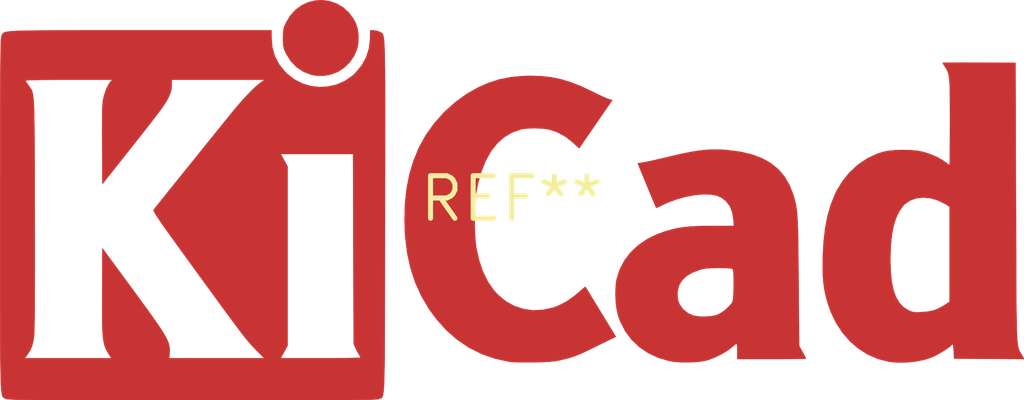
<source format=kicad_pcb>
(kicad_pcb (version 20240108) (generator pcbnew)
  (layers (0 "F.Cu" signal) (31 "B.Cu" signal) (34 "B.Paste" user) (35 "F.Paste" user) (36 "B.SilkS" user "B.Silkscreen") (37 "F.SilkS" user "F.Silkscreen") (38 "B.Mask" user) (39 "F.Mask" user) (44 "Edge.Cuts" user))
  (net 0 "")
  (footprint "KiCad-Logo_12mm_Copper" (layer "F.Cu") (at 0 0)
    (property "Reference" "REF**")
    (property "Value" "KiCad-Logo_12mm_Copper")
    (fp_poly (pts (xy -5.422844 -5.895156) (xy -5.217742 -5.824043) (xy -5.026785 -5.712111) (xy -4.856243 -5.559375) (xy -4.712387 -5.365849) (xy -4.647768 -5.243871) (xy -4.591842 -5.073257) (xy -4.564735 -4.876289) (xy -4.567738 -4.673795) (xy -4.601067 -4.490301) (xy -4.692162 -4.266076) (xy -4.824258 -4.071578) (xy -4.990642 -3.910633) (xy -5.184598 -3.787067) (xy -5.399414 -3.704708) (xy -5.628375 -3.667383) (xy -5.864767 -3.678918) (xy -5.981291 -3.70357) (xy -6.208385 -3.791909) (xy -6.410081 -3.92671) (xy -6.581515 -4.103817) (xy -6.71782 -4.319073) (xy -6.729352 -4.342581) (xy -6.769217 -4.430795) (xy -6.794249 -4.50509) (xy -6.807839 -4.583465) (xy -6.813382 -4.68392) (xy -6.814302 -4.793226) (xy -6.81278 -4.924552) (xy -6.805914 -5.019491) (xy -6.79025 -5.096247) (xy -6.762333 -5.173026) (xy -6.727873 -5.248777) (xy -6.599338 -5.46381) (xy -6.441052 -5.63792) (xy -6.259287 -5.771124) (xy -6.060313 -5.863434) (xy -5.8504 -5.914866) (xy -5.635821 -5.925435) (xy -5.422844 -5.895156)) (layer "F.Cu") (stroke (width 0.01)) (fill solid))
    (fp_poly (pts (xy 0.875193 -3.659223) (xy 1.169706 -3.626981) (xy 1.455039 -3.569271) (xy 1.7428 -3.483083) (xy 2.044596 -3.365407) (xy 2.372034 -3.213233) (xy 2.431001 -3.183757) (xy 2.566324 -3.11709) (xy 2.693951 -3.057061) (xy 2.801287 -3.009401) (xy 2.875736 -2.979845) (xy 2.887173 -2.976124) (xy 2.996774 -2.943286) (xy 2.506155 -2.229547) (xy 2.386206 -2.055105) (xy 2.276539 -1.89573) (xy 2.180883 -1.756832) (xy 2.102969 -1.643822) (xy 2.046525 -1.56211) (xy 2.015281 -1.517109) (xy 2.010205 -1.509982) (xy 1.989588 -1.524883) (xy 1.938839 -1.56968) (xy 1.867034 -1.636235) (xy 1.827406 -1.673853) (xy 1.602882 -1.852432) (xy 1.350726 -1.988132) (xy 1.13344 -2.062463) (xy 1.003007 -2.085807) (xy 0.839693 -2.100033) (xy 0.662707 -2.104876) (xy 0.491256 -2.100074) (xy 0.344548 -2.085362) (xy 0.286007 -2.074095) (xy 0.022147 -1.983315) (xy -0.215622 -1.844704) (xy -0.427124 -1.658515) (xy -0.612184 -1.425001) (xy -0.770625 -1.144416) (xy -0.902271 -0.817013) (xy -1.006946 -0.443045) (xy -1.069155 -0.122903) (xy -1.085386 0.018426) (xy -1.096444 0.201004) (xy -1.102437 0.411709) (xy -1.103473 0.637422) (xy -1.099657 0.865022) (xy -1.091097 1.081389) (xy -1.077899 1.273402) (xy -1.06017 1.427943) (xy -1.056333 1.451786) (xy -0.971749 1.83586) (xy -0.856505 2.175783) (xy -0.709897 2.473078) (xy -0.531226 2.729268) (xy -0.4044 2.867775) (xy -0.176475 3.055828) (xy 0.073488 3.19522) (xy 0.34127 3.285195) (xy 0.622656 3.324994) (xy 0.913429 3.313857) (xy 1.209373 3.251026) (xy 1.38434 3.189547) (xy 1.626466 3.066436) (xy 1.87602 2.889837) (xy 2.015809 2.770412) (xy 2.094301 2.701291) (xy 2.15597 2.650579) (xy 2.191072 2.626144) (xy 2.19543 2.625398) (xy 2.211097 2.650367) (xy 2.251692 2.716348) (xy 2.313757 2.817685) (xy 2.393833 2.948721) (xy 2.488462 3.1038) (xy 2.594186 3.277265) (xy 2.653033 3.373896) (xy 3.102526 4.112201) (xy 2.541317 4.389549) (xy 2.338404 4.489172) (xy 2.174027 4.567729) (xy 2.038139 4.629122) (xy 1.920691 4.677253) (xy 1.811636 4.716023) (xy 1.700926 4.749333) (xy 1.578513 4.781086) (xy 1.461182 4.808969) (xy 1.356895 4.830546) (xy 1.247832 4.846851) (xy 1.123073 4.858791) (xy 0.971703 4.86727) (xy 0.782801 4.873192) (xy 0.655483 4.875749) (xy 0.473823 4.877494) (xy 0.299633 4.876614) (xy 0.144443 4.87336) (xy 0.019777 4.867984) (xy -0.062834 4.860735) (xy -0.06773 4.860012) (xy -0.496709 4.767205) (xy -0.899551 4.626449) (xy -1.276112 4.437839) (xy -1.626252 4.201466) (xy -1.949828 3.917424) (xy -2.2467 3.585805) (xy -2.461701 3.291075) (xy -2.690589 2.905298) (xy -2.875611 2.497895) (xy -3.017662 2.0656) (xy -3.117636 1.605146) (xy -3.176428 1.113267) (xy -3.194951 0.613799) (xy -3.179717 0.130634) (xy -3.131844 -0.315158) (xy -3.049811 -0.731095) (xy -2.932097 -1.124696) (xy -2.777181 -1.503482) (xy -2.758683 -1.542725) (xy -2.554894 -1.90956) (xy -2.304598 -2.25864) (xy -2.014885 -2.58274) (xy -1.692846 -2.874634) (xy -1.345574 -3.127096) (xy -1.021987 -3.312286) (xy -0.695096 -3.45733) (xy -0.367511 -3.562397) (xy -0.026552 -3.630347) (xy 0.340465 -3.66404) (xy 0.559892 -3.669008) (xy 0.875193 -3.659223)) (layer "F.Cu") (stroke (width 0.01)) (fill solid))
    (fp_poly (pts (xy 13.610967 -4.064382) (xy 13.843254 -4.063429) (xy 13.922204 -4.062948) (xy 15.007849 -4.055807) (xy 15.021505 0.109247) (xy 15.023308 0.674041) (xy 15.024908 1.186864) (xy 15.026406 1.650371) (xy 15.027906 2.067214) (xy 15.029509 2.440045) (xy 15.03132 2.771519) (xy 15.03344 3.064286) (xy 15.035972 3.321002) (xy 15.03902 3.544318) (xy 15.042685 3.736887) (xy 15.047071 3.901363) (xy 15.05228 4.040398) (xy 15.058416 4.156644) (xy 15.06558 4.252756) (xy 15.073875 4.331386) (xy 15.083405 4.395187) (xy 15.094272 4.446811) (xy 15.106579 4.488912) (xy 15.120428 4.524143) (xy 15.135923 4.555156) (xy 15.153165 4.584604) (xy 15.172258 4.615141) (xy 15.193305 4.649418) (xy 15.197619 4.65672) (xy 15.269996 4.780221) (xy 14.223976 4.773068) (xy 13.177956 4.765914) (xy 13.164301 4.536142) (xy 13.156865 4.425873) (xy 13.149117 4.362122) (xy 13.138603 4.336827) (xy 13.122872 4.341922) (xy 13.109677 4.356498) (xy 13.052197 4.409591) (xy 12.958513 4.477837) (xy 12.841825 4.55308) (xy 12.715331 4.627167) (xy 12.592231 4.691943) (xy 12.497713 4.734561) (xy 12.276274 4.804595) (xy 12.022207 4.854204) (xy 11.754266 4.881494) (xy 11.491211 4.884569) (xy 11.251795 4.861532) (xy 11.247853 4.860873) (xy 10.920253 4.778669) (xy 10.613587 4.6477) (xy 10.330814 4.47078) (xy 10.074892 4.250726) (xy 9.848778 3.990351) (xy 9.65543 3.692472) (xy 9.497806 3.359904) (xy 9.411984 3.113548) (xy 9.355389 2.907445) (xy 9.313418 2.707867) (xy 9.284789 2.50269) (xy 9.268218 2.279791) (xy 9.262423 2.027045) (xy 9.264989 1.820662) (xy 11.280325 1.820662) (xy 11.289862 2.166732) (xy 11.319946 2.464467) (xy 11.371503 2.71651) (xy 11.445458 2.925502) (xy 11.542738 3.094086) (xy 11.664266 3.224906) (xy 11.804546 3.317385) (xy 11.87754 3.351909) (xy 11.940847 3.372607) (xy 12.011427 3.382077) (xy 12.106242 3.382915) (xy 12.208387 3.379228) (xy 12.409261 3.36151) (xy 12.568134 3.326813) (xy 12.618064 3.309433) (xy 12.732075 3.258102) (xy 12.852323 3.193643) (xy 12.904838 3.161376) (xy 13.041397 3.071805) (xy 13.041397 0.232706) (xy 12.891182 0.142665) (xy 12.681692 0.040923) (xy 12.467658 -0.019249) (xy 12.256909 -0.038204) (xy 12.057273 -0.016299) (xy 11.876577 0.046113) (xy 11.722649 0.148676) (xy 11.672981 0.197906) (xy 11.553262 0.359211) (xy 11.456364 0.554471) (xy 11.381477 0.787031) (xy 11.327793 1.060239) (xy 11.2945 1.377441) (xy 11.280789 1.741984) (xy 11.280325 1.820662) (xy 9.264989 1.820662) (xy 9.266058 1.734756) (xy 9.289082 1.285158) (xy 9.335378 0.879628) (xy 9.406164 0.512257) (xy 9.502661 0.177137) (xy 9.626087 -0.131637) (xy 9.670131 -0.223178) (xy 9.84754 -0.521704) (xy 10.06193 -0.786993) (xy 10.308259 -1.014763) (xy 10.581487 -1.200732) (xy 10.876574 -1.340618) (xy 11.053459 -1.398322) (xy 11.227178 -1.432578) (xy 11.436205 -1.452959) (xy 11.663014 -1.459475) (xy 11.890084 -1.452134) (xy 12.099892 -1.430945) (xy 12.268352 -1.397705) (xy 12.468857 -1.332518) (xy 12.663195 -1.248693) (xy 12.833224 -1.15472) (xy 12.923721 -1.090942) (xy 12.986144 -1.043516) (xy 13.029853 -1.014639) (xy 13.039796 -1.010538) (xy 13.042879 -1.036959) (xy 13.045753 -1.112661) (xy 13.048355 -1.232302) (xy 13.050621 -1.390538) (xy 13.052488 -1.582027) (xy 13.053891 -1.801426) (xy 13.054767 -2.043393) (xy 13.055053 -2.289853) (xy 13.054894 -2.605524) (xy 13.054108 -2.871663) (xy 13.052238 -3.093359) (xy 13.048825 -3.275704) (xy 13.043409 -3.423788) (xy 13.035531 -3.542701) (xy 13.024733 -3.637535) (xy 13.010555 -3.71338) (xy 12.992539 -3.775326) (xy 12.970225 -3.828464) (xy 12.943154 -3.877885) (xy 12.910867 -3.928679) (xy 12.906713 -3.934969) (xy 12.865071 -4.000755) (xy 12.839929 -4.045992) (xy 12.836559 -4.055534) (xy 12.862903 -4.058545) (xy 12.938069 -4.060994) (xy 13.056257 -4.062842) (xy 13.211669 -4.064049) (xy 13.398506 -4.064576) (xy 13.610967 -4.064382)) (layer "F.Cu") (stroke (width 0.01)) (fill solid))
    (fp_poly (pts (xy 6.300951 -1.463632) (xy 6.436272 -1.453389) (xy 6.823442 -1.401878) (xy 7.166321 -1.319717) (xy 7.46658 -1.205778) (xy 7.725888 -1.058928) (xy 7.945916 -0.878038) (xy 8.128334 -0.661978) (xy 8.274811 -0.409616) (xy 8.381771 -0.136559) (xy 8.408921 -0.049459) (xy 8.432564 0.032107) (xy 8.452977 0.112529) (xy 8.470439 0.196199) (xy 8.48523 0.287508) (xy 8.497627 0.390847) (xy 8.507911 0.510609) (xy 8.516358 0.651183) (xy 8.523248 0.816962) (xy 8.528861 1.012336) (xy 8.533473 1.241698) (xy 8.537365 1.509437) (xy 8.540815 1.819947) (xy 8.544102 2.177618) (xy 8.546451 2.458064) (xy 8.562258 4.383548) (xy 8.664677 4.568843) (xy 8.713175 4.658111) (xy 8.749266 4.727448) (xy 8.766483 4.764354) (xy 8.767096 4.766854) (xy 8.74078 4.769715) (xy 8.665811 4.772351) (xy 8.548161 4.774689) (xy 8.3938 4.776653) (xy 8.2087 4.77817) (xy 7.998832 4.779165) (xy 7.770167 4.779565) (xy 7.742903 4.77957) (xy 6.718709 4.77957) (xy 6.718709 4.547419) (xy 6.716963 4.442507) (xy 6.712302 4.362271) (xy 6.705596 4.319251) (xy 6.702632 4.315269) (xy 6.675523 4.33195) (xy 6.619731 4.375731) (xy 6.547215 4.437216) (xy 6.545589 4.438638) (xy 6.413257 4.53716) (xy 6.246133 4.636089) (xy 6.0631 4.725706) (xy 5.883043 4.796293) (xy 5.803763 4.820414) (xy 5.645991 4.851051) (xy 5.452397 4.870602) (xy 5.240704 4.878787) (xy 5.028632 4.875327) (xy 4.833904 4.859945) (xy 4.697634 4.837811) (xy 4.363454 4.739676) (xy 4.062603 4.599819) (xy 3.797039 4.419974) (xy 3.568721 4.201876) (xy 3.379606 3.947261) (xy 3.231653 3.657864) (xy 3.167825 3.482258) (xy 3.127823 3.311576) (xy 3.101313 3.106678) (xy 3.089047 2.886464) (xy 3.08945 2.85442) (xy 4.936612 2.85442) (xy 4.95193 3.018053) (xy 5.002935 3.154042) (xy 5.097204 3.280208) (xy 5.133411 3.317203) (xy 5.26212 3.417221) (xy 5.410885 3.481294) (xy 5.589113 3.512309) (xy 5.776798 3.514593) (xy 5.954814 3.499514) (xy 6.091112 3.470021) (xy 6.150306 3.447869) (xy 6.256995 3.387496) (xy 6.370037 3.302589) (xy 6.473175 3.207295) (xy 6.550151 3.11576) (xy 6.570591 3.082181) (xy 6.586481 3.035157) (xy 6.597778 2.960333) (xy 6.605009 2.85056) (xy 6.6087 2.698692) (xy 6.609462 2.554155) (xy 6.608946 2.385644) (xy 6.60686 2.263799) (xy 6.602402 2.180666) (xy 6.594765 2.128292) (xy 6.583146 2.098726) (xy 6.56674 2.084013) (xy 6.561666 2.08167) (xy 6.51757 2.074453) (xy 6.4306 2.06855) (xy 6.3125 2.064493) (xy 6.175014 2.062815) (xy 6.145161 2.062813) (xy 5.961386 2.065746) (xy 5.819407 2.074469) (xy 5.706591 2.090177) (xy 5.613402 2.113118) (xy 5.382246 2.200535) (xy 5.200973 2.30801) (xy 5.068014 2.437262) (xy 4.981801 2.59001) (xy 4.940762 2.767972) (xy 4.936612 2.85442) (xy 3.08945 2.85442) (xy 3.091776 2.669834) (xy 3.110252 2.475689) (xy 3.124664 2.397252) (xy 3.21669 2.106017) (xy 3.356623 1.838054) (xy 3.541823 1.595932) (xy 3.769648 1.382221) (xy 4.037457 1.199492) (xy 4.342607 1.050314) (xy 4.602043 0.959727) (xy 4.775434 0.912136) (xy 4.941282 0.875155) (xy 5.110329 0.847585) (xy 5.293317 0.828224) (xy 5.500989 0.815871) (xy 5.744087 0.809326) (xy 5.963872 0.807483) (xy 6.615594 0.805699) (xy 6.603109 0.609798) (xy 6.567657 0.397243) (xy 6.492241 0.214543) (xy 6.380073 0.066262) (xy 6.234364 -0.04304) (xy 6.106064 -0.096376) (xy 5.922235 -0.12999) (xy 5.703394 -0.134817) (xy 5.4598 -0.112637) (xy 5.20171 -0.065228) (xy 4.939385 0.005629) (xy 4.683082 0.098155) (xy 4.496824 0.182778) (xy 4.407211 0.226231) (xy 4.338858 0.25658) (xy 4.304097 0.268423) (xy 4.302211 0.268043) (xy 4.290215 0.241518) (xy 4.260262 0.17121) (xy 4.21517 0.063855) (xy 4.157757 -0.07381) (xy 4.090842 -0.235051) (xy 4.022824 -0.399605) (xy 3.750897 -1.058672) (xy 3.944319 -1.090441) (xy 4.028154 -1.106381) (xy 4.154183 -1.133153) (xy 4.311608 -1.168327) (xy 4.489633 -1.209472) (xy 4.677463 -1.254158) (xy 4.752258 -1.272317) (xy 5.075838 -1.347369) (xy 5.359132 -1.403638) (xy 5.612715 -1.442262) (xy 5.847162 -1.464377) (xy 6.073049 -1.471122) (xy 6.300951 -1.463632)) (layer "F.Cu") (stroke (width 0.01)) (fill solid))
    (fp_poly (pts (xy -11.847446 -5.025459) (xy -11.321244 -5.025387) (xy -11.076303 -5.025377) (xy -7.155699 -5.025377) (xy -7.155699 -4.794266) (xy -7.131032 -4.513024) (xy -7.056584 -4.253641) (xy -6.931686 -4.014576) (xy -6.75567 -3.794286) (xy -6.696118 -3.73479) (xy -6.481895 -3.566029) (xy -6.24569 -3.442948) (xy -5.994517 -3.36549) (xy -5.735393 -3.333601) (xy -5.475333 -3.347224) (xy -5.221353 -3.406303) (xy -4.980469 -3.510783) (xy -4.759696 -3.660607) (xy -4.660543 -3.750999) (xy -4.475773 -3.972624) (xy -4.340284 -4.216339) (xy -4.255256 -4.479357) (xy -4.221872 -4.758894) (xy -4.221428 -4.786394) (xy -4.219678 -5.025368) (xy -4.114645 -5.025372) (xy -4.02147 -5.012727) (xy -3.936356 -4.98196) (xy -3.930731 -4.978781) (xy -3.911508 -4.968806) (xy -3.893855 -4.961038) (xy -3.877708 -4.953213) (xy -3.863005 -4.94307) (xy -3.849681 -4.928345) (xy -3.837672 -4.906775) (xy -3.826915 -4.876099) (xy -3.817346 -4.834053) (xy -3.808901 -4.778374) (xy -3.801516 -4.706801) (xy -3.795127 -4.61707) (xy -3.789671 -4.506918) (xy -3.785084 -4.374084) (xy -3.781302 -4.216304) (xy -3.77826 -4.031316) (xy -3.775897 -3.816856) (xy -3.774147 -3.570663) (xy -3.772947 -3.290473) (xy -3.772232 -2.974025) (xy -3.77194 -2.619054) (xy -3.772007 -2.2233) (xy -3.772368 -1.784498) (xy -3.77296 -1.300386) (xy -3.773719 -0.768702) (xy -3.774581 -0.187183) (xy -3.775482 0.446433) (xy -3.775587 0.523629) (xy -3.776395 1.161287) (xy -3.777081 1.746582) (xy -3.777717 2.281778) (xy -3.778376 2.769136) (xy -3.779131 3.210917) (xy -3.780053 3.609382) (xy -3.781216 3.966795) (xy -3.782693 4.285415) (xy -3.784555 4.567506) (xy -3.786876 4.815328) (xy -3.789729 5.031143) (xy -3.793185 5.217213) (xy -3.797318 5.3758) (xy -3.8022 5.509164) (xy -3.807904 5.619569) (xy -3.814502 5.709275) (xy -3.822068 5.780544) (xy -3.830673 5.835638) (xy -3.84039 5.876818) (xy -3.851293 5.906346) (xy -3.863453 5.926484) (xy -3.876943 5.939493) (xy -3.891837 5.947636) (xy -3.908206 5.953173) (xy -3.926123 5.958366) (xy -3.945661 5.965477) (xy -3.950434 5.967642) (xy -3.965434 5.972506) (xy -3.990541 5.976976) (xy -4.027946 5.981066) (xy -4.079842 5.984793) (xy -4.14842 5.988173) (xy -4.235873 5.991221) (xy -4.344394 5.993954) (xy -4.476174 5.996387) (xy -4.633406 5.998537) (xy -4.818281 6.000419) (xy -5.032993 6.002049) (xy -5.279734 6.003443) (xy -5.560694 6.004617) (xy -5.878068 6.005587) (xy -6.234047 6.006369) (xy -6.630822 6.006979) (xy -7.070588 6.007432) (xy -7.555535 6.007745) (xy -8.087856 6.007934) (xy -8.669743 6.008013) (xy -9.303389 6.008) (xy -9.508644 6.00798) (xy -10.156347 6.007876) (xy -10.751644 6.007706) (xy -11.296755 6.007453) (xy -11.793897 6.007098) (xy -12.24529 6.006626) (xy -12.653151 6.006018) (xy -13.0197 6.005258) (xy -13.347154 6.004327) (xy -13.637732 6.003209) (xy -13.893652 6.001886) (xy -14.117133 6.000341) (xy -14.310394 5.998557) (xy -14.475652 5.996516) (xy -14.615127 5.994201) (xy -14.731037 5.991594) (xy -14.8256 5.988678) (xy -14.901034 5.985436) (xy -14.959558 5.981851) (xy -15.003391 5.977905) (xy -15.034752 5.973581) (xy -15.055857 5.968862) (xy -15.067363 5.96454) (xy -15.087812 5.955916) (xy -15.106587 5.949557) (xy -15.12376 5.943203) (xy -15.139402 5.934597) (xy -15.153584 5.92148) (xy -15.166377 5.901594) (xy -15.177852 5.872679) (xy -15.18808 5.832479) (xy -15.197133 5.778733) (xy -15.20508 5.709185) (xy -15.211994 5.621574) (xy -15.217945 5.513644) (xy -15.223005 5.383135) (xy -15.227245 5.227789) (xy -15.230735 5.045348) (xy -15.233547 4.833553) (xy -15.234283 4.752258) (xy -14.505361 4.752258) (xy -11.928987 4.752258) (xy -11.978561 4.67715) (xy -12.027878 4.599968) (xy -12.06964 4.526469) (xy -12.104441 4.451512) (xy -12.132877 4.369953) (xy -12.15554 4.276648) (xy -12.173025 4.166453) (xy -12.185926 4.034225) (xy -12.194837 3.87482) (xy -12.200352 3.683095) (xy -12.203064 3.453907) (xy -12.203569 3.182112) (xy -12.202459 2.862566) (xy -12.20183 2.743932) (xy -12.194732 1.472123) (xy -11.389033 2.56901) (xy -11.160779 2.880183) (xy -10.963025 3.151143) (xy -10.793635 3.385478) (xy -10.650473 3.58678) (xy -10.531405 3.758637) (xy -10.434295 3.90464) (xy -10.357007 4.028378) (xy -10.297407 4.133441) (xy -10.253359 4.22342) (xy -10.222728 4.301903) (xy -10.203378 4.37248) (xy -10.193175 4.438742) (xy -10.189983 4.504277) (xy -10.191667 4.572677) (xy -10.192097 4.581274) (xy -10.200968 4.752372) (xy -8.789236 4.752315) (xy -7.377505 4.752258) (xy -7.587516 4.5405) (xy -7.644504 4.482582) (xy -7.698566 4.426225) (xy -7.752076 4.368322) (xy -7.807404 4.305764) (xy -7.866925 4.235443) (xy -7.933011 4.154251) (xy -8.008034 4.059081) (xy -8.094367 3.946823) (xy -8.194383 3.81437) (xy -8.310454 3.658614) (xy -8.444952 3.476446) (xy -8.600251 3.26476) (xy -8.778722 3.020446) (xy -8.98274 2.740397) (xy -9.214675 2.421504) (xy -9.404782 2.15992) (xy -9.643372 1.831292) (xy -9.851508 1.543957) (xy -10.031075 1.295187) (xy -10.183957 1.082254) (xy -10.312041 0.90243) (xy -10.417212 0.752986) (xy -10.501355 0.631196) (xy -10.566357 0.534331) (xy -10.614103 0.459662) (xy -10.646477 0.404463) (xy -10.665366 0.366004) (xy -10.672655 0.341559) (xy -10.670464 0.328706) (xy -10.643913 0.294504) (xy -10.586508 0.222108) (xy -10.501713 0.11582) (xy -10.392992 -0.020055) (xy -10.263808 -0.181216) (xy -10.117626 -0.363357) (xy -9.957909 -0.562178) (xy -9.788121 -0.773373) (xy -9.611726 -0.992641) (xy -9.432187 -1.215677) (xy -9.333435 -1.33828) (xy -6.881548 -1.33828) (xy -6.677742 -0.96957) (xy -6.677742 4.383548) (xy -6.881548 4.752258) (xy -5.676111 4.752258) (xy -5.388341 4.752174) (xy -5.150647 4.751797) (xy -4.958482 4.750935) (xy -4.807298 4.7494) (xy -4.692548 4.747) (xy -4.609685 4.743546) (xy -4.554162 4.738849) (xy -4.52143 4.732717) (xy -4.506943 4.724961) (xy -4.506153 4.715391) (xy -4.514513 4.703817) (xy -4.514599 4.703721) (xy -4.549036 4.653907) (xy -4.594637 4.57291) (xy -4.634908 4.492055) (xy -4.711291 4.328925) (xy -4.719081 1.495322) (xy -4.726871 -1.33828) (xy -6.881548 -1.33828) (xy -9.333435 -1.33828) (xy -9.252969 -1.438179) (xy -9.077536 -1.655843) (xy -8.90935 -1.864367) (xy -8.751877 -2.059446) (xy -8.608579 -2.236779) (xy -8.482921 -2.392061) (xy -8.378366 -2.52099) (xy -8.298379 -2.619262) (xy -8.251398 -2.676559) (xy -8.068963 -2.89082) (xy -7.893452 -3.08417) (xy -7.731016 -3.25028) (xy -7.587805 -3.38282) (xy -7.486171 -3.464079) (xy -7.365998 -3.550538) (xy -10.12984 -3.550538) (xy -10.129064 -3.388354) (xy -10.136788 -3.269117) (xy -10.165828 -3.158574) (xy -10.210782 -3.053784) (xy -10.240004 -2.994584) (xy -10.271423 -2.935926) (xy -10.307909 -2.873914) (xy -10.352331 -2.804655) (xy -10.407561 -2.724254) (xy -10.476469 -2.628819) (xy -10.561923 -2.514453) (xy -10.666796 -2.377265) (xy -10.793955 -2.213358) (xy -10.946273 -2.01884) (xy -11.126618 -1.789815) (xy -11.337862 -1.522391) (xy -11.361721 -1.492217) (xy -12.194732 -0.438805) (xy -12.202796 -1.605478) (xy -12.20442 -1.954931) (xy -12.204074 -2.25077) (xy -12.201742 -2.49397) (xy -12.197407 -2.685507) (xy -12.191051 -2.826356) (xy -12.182659 -2.917492) (xy -12.179838 -2.93478) (xy -12.135584 -3.116883) (xy -12.077602 -3.28105) (xy -12.011437 -3.413046) (xy -11.971687 -3.469028) (xy -11.903102 -3.550538) (xy -13.204453 -3.550538) (xy -13.514885 -3.550272) (xy -13.774477 -3.549409) (xy -13.987014 -3.547846) (xy -14.156276 -3.545483) (xy -14.286048 -3.54222) (xy -14.380111 -3.537955) (xy -14.442248 -3.532587) (xy -14.476241 -3.526017) (xy -14.485874 -3.518142) (xy -14.485208 -3.516398) (xy -14.45762 -3.474757) (xy -14.411564 -3.408752) (xy -14.387735 -3.375369) (xy -14.363099 -3.342056) (xy -14.340955 -3.312266) (xy -14.321164 -3.283067) (xy -14.303586 -3.251526) (xy -14.288081 -3.214714) (xy -14.274511 -3.169697) (xy -14.262736 -3.113545) (xy -14.252616 -3.043325) (xy -14.244013 -2.956106) (xy -14.236786 -2.848957) (xy -14.230796 -2.718945) (xy -14.225904 -2.563139) (xy -14.221971 -2.378607) (xy -14.218857 -2.162419) (xy -14.216422 -1.911641) (xy -14.214527 -1.623342) (xy -14.213033 -1.294591) (xy -14.211801 -0.922457) (xy -14.21069 -0.504006) (xy -14.209562 -0.036309) (xy -14.208508 0.393354) (xy -14.207512 0.872353) (xy -14.206994 1.329362) (xy -14.206941 1.761464) (xy -14.207338 2.165738) (xy -14.208172 2.539265) (xy -14.209429 2.879127) (xy -14.211094 3.182404) (xy -14.213156 3.446177) (xy -14.215599 3.667527) (xy -14.21841 3.843535) (xy -14.221576 3.971283) (xy -14.225082 4.047849) (xy -14.225745 4.055941) (xy -14.249905 4.241568) (xy -14.287624 4.390647) (xy -14.345064 4.52075) (xy -14.428389 4.649452) (xy -14.438811 4.663494) (xy -14.505361 4.752258) (xy -15.234283 4.752258) (xy -15.235752 4.590145) (xy -15.237421 4.312867) (xy -15.238625 3.999459) (xy -15.239435 3.647664) (xy -15.239922 3.255223) (xy -15.240156 2.819877) (xy -15.240211 2.339368) (xy -15.240156 1.811438) (xy -15.240062 1.233828) (xy -15.240002 0.604279) (xy -15.24 0.479301) (xy -15.239965 -0.156878) (xy -15.239847 -0.740675) (xy -15.239628 -1.274332) (xy -15.239292 -1.760091) (xy -15.238822 -2.200195) (xy -15.238198 -2.596884) (xy -15.237406 -2.952401) (xy -15.236426 -3.268988) (xy -15.235242 -3.548887) (xy -15.233836 -3.794339) (xy -15.23219 -4.007587) (xy -15.230288 -4.190872) (xy -15.228113 -4.346436) (xy -15.225645 -4.476522) (xy -15.222869 -4.583371) (xy -15.219767 -4.669225) (xy -15.216321 -4.736326) (xy -15.212515 -4.786916) (xy -15.20833 -4.823236) (xy -15.203749 -4.84753) (xy -15.198755 -4.862038) (xy -15.19857 -4.8624) (xy -15.188285 -4.884563) (xy -15.179718 -4.904628) (xy -15.170241 -4.922699) (xy -15.157226 -4.938879) (xy -15.138043 -4.953274) (xy -15.110065 -4.965986) (xy -15.070663 -4.97712) (xy -15.017208 -4.986779) (xy -14.947071 -4.995068) (xy -14.857624 -5.00209) (xy -14.746238 -5.00795) (xy -14.610284 -5.01275) (xy -14.447135 -5.016596) (xy -14.254161 -5.019591) (xy -14.028733 -5.021839) (xy -13.768224 -5.023444) (xy -13.470004 -5.024509) (xy -13.131445 -5.02514) (xy -12.749918 -5.025439) (xy -12.322794 -5.02551) (xy -11.847446 -5.025459)) (layer "F.Cu") (stroke (width 0.01)) (fill solid))
  )
)
</source>
